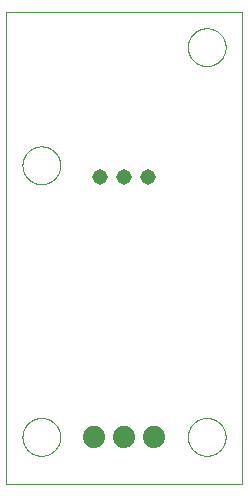
<source format=gtl>
G75*
%MOIN*%
%OFA0B0*%
%FSLAX25Y25*%
%IPPOS*%
%LPD*%
%AMOC8*
5,1,8,0,0,1.08239X$1,22.5*
%
%ADD10C,0.00000*%
%ADD11C,0.07400*%
%ADD12C,0.05150*%
D10*
X0001000Y0001000D02*
X0001000Y0158480D01*
X0079740Y0158480D01*
X0079740Y0001000D01*
X0001000Y0001000D01*
X0006512Y0016748D02*
X0006514Y0016906D01*
X0006520Y0017064D01*
X0006530Y0017222D01*
X0006544Y0017380D01*
X0006562Y0017537D01*
X0006583Y0017694D01*
X0006609Y0017850D01*
X0006639Y0018006D01*
X0006672Y0018161D01*
X0006710Y0018314D01*
X0006751Y0018467D01*
X0006796Y0018619D01*
X0006845Y0018770D01*
X0006898Y0018919D01*
X0006954Y0019067D01*
X0007014Y0019213D01*
X0007078Y0019358D01*
X0007146Y0019501D01*
X0007217Y0019643D01*
X0007291Y0019783D01*
X0007369Y0019920D01*
X0007451Y0020056D01*
X0007535Y0020190D01*
X0007624Y0020321D01*
X0007715Y0020450D01*
X0007810Y0020577D01*
X0007907Y0020702D01*
X0008008Y0020824D01*
X0008112Y0020943D01*
X0008219Y0021060D01*
X0008329Y0021174D01*
X0008442Y0021285D01*
X0008557Y0021394D01*
X0008675Y0021499D01*
X0008796Y0021601D01*
X0008919Y0021701D01*
X0009045Y0021797D01*
X0009173Y0021890D01*
X0009303Y0021980D01*
X0009436Y0022066D01*
X0009571Y0022150D01*
X0009707Y0022229D01*
X0009846Y0022306D01*
X0009987Y0022378D01*
X0010129Y0022448D01*
X0010273Y0022513D01*
X0010419Y0022575D01*
X0010566Y0022633D01*
X0010715Y0022688D01*
X0010865Y0022739D01*
X0011016Y0022786D01*
X0011168Y0022829D01*
X0011321Y0022868D01*
X0011476Y0022904D01*
X0011631Y0022935D01*
X0011787Y0022963D01*
X0011943Y0022987D01*
X0012100Y0023007D01*
X0012258Y0023023D01*
X0012415Y0023035D01*
X0012574Y0023043D01*
X0012732Y0023047D01*
X0012890Y0023047D01*
X0013048Y0023043D01*
X0013207Y0023035D01*
X0013364Y0023023D01*
X0013522Y0023007D01*
X0013679Y0022987D01*
X0013835Y0022963D01*
X0013991Y0022935D01*
X0014146Y0022904D01*
X0014301Y0022868D01*
X0014454Y0022829D01*
X0014606Y0022786D01*
X0014757Y0022739D01*
X0014907Y0022688D01*
X0015056Y0022633D01*
X0015203Y0022575D01*
X0015349Y0022513D01*
X0015493Y0022448D01*
X0015635Y0022378D01*
X0015776Y0022306D01*
X0015915Y0022229D01*
X0016051Y0022150D01*
X0016186Y0022066D01*
X0016319Y0021980D01*
X0016449Y0021890D01*
X0016577Y0021797D01*
X0016703Y0021701D01*
X0016826Y0021601D01*
X0016947Y0021499D01*
X0017065Y0021394D01*
X0017180Y0021285D01*
X0017293Y0021174D01*
X0017403Y0021060D01*
X0017510Y0020943D01*
X0017614Y0020824D01*
X0017715Y0020702D01*
X0017812Y0020577D01*
X0017907Y0020450D01*
X0017998Y0020321D01*
X0018087Y0020190D01*
X0018171Y0020056D01*
X0018253Y0019920D01*
X0018331Y0019783D01*
X0018405Y0019643D01*
X0018476Y0019501D01*
X0018544Y0019358D01*
X0018608Y0019213D01*
X0018668Y0019067D01*
X0018724Y0018919D01*
X0018777Y0018770D01*
X0018826Y0018619D01*
X0018871Y0018467D01*
X0018912Y0018314D01*
X0018950Y0018161D01*
X0018983Y0018006D01*
X0019013Y0017850D01*
X0019039Y0017694D01*
X0019060Y0017537D01*
X0019078Y0017380D01*
X0019092Y0017222D01*
X0019102Y0017064D01*
X0019108Y0016906D01*
X0019110Y0016748D01*
X0019108Y0016590D01*
X0019102Y0016432D01*
X0019092Y0016274D01*
X0019078Y0016116D01*
X0019060Y0015959D01*
X0019039Y0015802D01*
X0019013Y0015646D01*
X0018983Y0015490D01*
X0018950Y0015335D01*
X0018912Y0015182D01*
X0018871Y0015029D01*
X0018826Y0014877D01*
X0018777Y0014726D01*
X0018724Y0014577D01*
X0018668Y0014429D01*
X0018608Y0014283D01*
X0018544Y0014138D01*
X0018476Y0013995D01*
X0018405Y0013853D01*
X0018331Y0013713D01*
X0018253Y0013576D01*
X0018171Y0013440D01*
X0018087Y0013306D01*
X0017998Y0013175D01*
X0017907Y0013046D01*
X0017812Y0012919D01*
X0017715Y0012794D01*
X0017614Y0012672D01*
X0017510Y0012553D01*
X0017403Y0012436D01*
X0017293Y0012322D01*
X0017180Y0012211D01*
X0017065Y0012102D01*
X0016947Y0011997D01*
X0016826Y0011895D01*
X0016703Y0011795D01*
X0016577Y0011699D01*
X0016449Y0011606D01*
X0016319Y0011516D01*
X0016186Y0011430D01*
X0016051Y0011346D01*
X0015915Y0011267D01*
X0015776Y0011190D01*
X0015635Y0011118D01*
X0015493Y0011048D01*
X0015349Y0010983D01*
X0015203Y0010921D01*
X0015056Y0010863D01*
X0014907Y0010808D01*
X0014757Y0010757D01*
X0014606Y0010710D01*
X0014454Y0010667D01*
X0014301Y0010628D01*
X0014146Y0010592D01*
X0013991Y0010561D01*
X0013835Y0010533D01*
X0013679Y0010509D01*
X0013522Y0010489D01*
X0013364Y0010473D01*
X0013207Y0010461D01*
X0013048Y0010453D01*
X0012890Y0010449D01*
X0012732Y0010449D01*
X0012574Y0010453D01*
X0012415Y0010461D01*
X0012258Y0010473D01*
X0012100Y0010489D01*
X0011943Y0010509D01*
X0011787Y0010533D01*
X0011631Y0010561D01*
X0011476Y0010592D01*
X0011321Y0010628D01*
X0011168Y0010667D01*
X0011016Y0010710D01*
X0010865Y0010757D01*
X0010715Y0010808D01*
X0010566Y0010863D01*
X0010419Y0010921D01*
X0010273Y0010983D01*
X0010129Y0011048D01*
X0009987Y0011118D01*
X0009846Y0011190D01*
X0009707Y0011267D01*
X0009571Y0011346D01*
X0009436Y0011430D01*
X0009303Y0011516D01*
X0009173Y0011606D01*
X0009045Y0011699D01*
X0008919Y0011795D01*
X0008796Y0011895D01*
X0008675Y0011997D01*
X0008557Y0012102D01*
X0008442Y0012211D01*
X0008329Y0012322D01*
X0008219Y0012436D01*
X0008112Y0012553D01*
X0008008Y0012672D01*
X0007907Y0012794D01*
X0007810Y0012919D01*
X0007715Y0013046D01*
X0007624Y0013175D01*
X0007535Y0013306D01*
X0007451Y0013440D01*
X0007369Y0013576D01*
X0007291Y0013713D01*
X0007217Y0013853D01*
X0007146Y0013995D01*
X0007078Y0014138D01*
X0007014Y0014283D01*
X0006954Y0014429D01*
X0006898Y0014577D01*
X0006845Y0014726D01*
X0006796Y0014877D01*
X0006751Y0015029D01*
X0006710Y0015182D01*
X0006672Y0015335D01*
X0006639Y0015490D01*
X0006609Y0015646D01*
X0006583Y0015802D01*
X0006562Y0015959D01*
X0006544Y0016116D01*
X0006530Y0016274D01*
X0006520Y0016432D01*
X0006514Y0016590D01*
X0006512Y0016748D01*
X0006512Y0107299D02*
X0006514Y0107457D01*
X0006520Y0107615D01*
X0006530Y0107773D01*
X0006544Y0107931D01*
X0006562Y0108088D01*
X0006583Y0108245D01*
X0006609Y0108401D01*
X0006639Y0108557D01*
X0006672Y0108712D01*
X0006710Y0108865D01*
X0006751Y0109018D01*
X0006796Y0109170D01*
X0006845Y0109321D01*
X0006898Y0109470D01*
X0006954Y0109618D01*
X0007014Y0109764D01*
X0007078Y0109909D01*
X0007146Y0110052D01*
X0007217Y0110194D01*
X0007291Y0110334D01*
X0007369Y0110471D01*
X0007451Y0110607D01*
X0007535Y0110741D01*
X0007624Y0110872D01*
X0007715Y0111001D01*
X0007810Y0111128D01*
X0007907Y0111253D01*
X0008008Y0111375D01*
X0008112Y0111494D01*
X0008219Y0111611D01*
X0008329Y0111725D01*
X0008442Y0111836D01*
X0008557Y0111945D01*
X0008675Y0112050D01*
X0008796Y0112152D01*
X0008919Y0112252D01*
X0009045Y0112348D01*
X0009173Y0112441D01*
X0009303Y0112531D01*
X0009436Y0112617D01*
X0009571Y0112701D01*
X0009707Y0112780D01*
X0009846Y0112857D01*
X0009987Y0112929D01*
X0010129Y0112999D01*
X0010273Y0113064D01*
X0010419Y0113126D01*
X0010566Y0113184D01*
X0010715Y0113239D01*
X0010865Y0113290D01*
X0011016Y0113337D01*
X0011168Y0113380D01*
X0011321Y0113419D01*
X0011476Y0113455D01*
X0011631Y0113486D01*
X0011787Y0113514D01*
X0011943Y0113538D01*
X0012100Y0113558D01*
X0012258Y0113574D01*
X0012415Y0113586D01*
X0012574Y0113594D01*
X0012732Y0113598D01*
X0012890Y0113598D01*
X0013048Y0113594D01*
X0013207Y0113586D01*
X0013364Y0113574D01*
X0013522Y0113558D01*
X0013679Y0113538D01*
X0013835Y0113514D01*
X0013991Y0113486D01*
X0014146Y0113455D01*
X0014301Y0113419D01*
X0014454Y0113380D01*
X0014606Y0113337D01*
X0014757Y0113290D01*
X0014907Y0113239D01*
X0015056Y0113184D01*
X0015203Y0113126D01*
X0015349Y0113064D01*
X0015493Y0112999D01*
X0015635Y0112929D01*
X0015776Y0112857D01*
X0015915Y0112780D01*
X0016051Y0112701D01*
X0016186Y0112617D01*
X0016319Y0112531D01*
X0016449Y0112441D01*
X0016577Y0112348D01*
X0016703Y0112252D01*
X0016826Y0112152D01*
X0016947Y0112050D01*
X0017065Y0111945D01*
X0017180Y0111836D01*
X0017293Y0111725D01*
X0017403Y0111611D01*
X0017510Y0111494D01*
X0017614Y0111375D01*
X0017715Y0111253D01*
X0017812Y0111128D01*
X0017907Y0111001D01*
X0017998Y0110872D01*
X0018087Y0110741D01*
X0018171Y0110607D01*
X0018253Y0110471D01*
X0018331Y0110334D01*
X0018405Y0110194D01*
X0018476Y0110052D01*
X0018544Y0109909D01*
X0018608Y0109764D01*
X0018668Y0109618D01*
X0018724Y0109470D01*
X0018777Y0109321D01*
X0018826Y0109170D01*
X0018871Y0109018D01*
X0018912Y0108865D01*
X0018950Y0108712D01*
X0018983Y0108557D01*
X0019013Y0108401D01*
X0019039Y0108245D01*
X0019060Y0108088D01*
X0019078Y0107931D01*
X0019092Y0107773D01*
X0019102Y0107615D01*
X0019108Y0107457D01*
X0019110Y0107299D01*
X0019108Y0107141D01*
X0019102Y0106983D01*
X0019092Y0106825D01*
X0019078Y0106667D01*
X0019060Y0106510D01*
X0019039Y0106353D01*
X0019013Y0106197D01*
X0018983Y0106041D01*
X0018950Y0105886D01*
X0018912Y0105733D01*
X0018871Y0105580D01*
X0018826Y0105428D01*
X0018777Y0105277D01*
X0018724Y0105128D01*
X0018668Y0104980D01*
X0018608Y0104834D01*
X0018544Y0104689D01*
X0018476Y0104546D01*
X0018405Y0104404D01*
X0018331Y0104264D01*
X0018253Y0104127D01*
X0018171Y0103991D01*
X0018087Y0103857D01*
X0017998Y0103726D01*
X0017907Y0103597D01*
X0017812Y0103470D01*
X0017715Y0103345D01*
X0017614Y0103223D01*
X0017510Y0103104D01*
X0017403Y0102987D01*
X0017293Y0102873D01*
X0017180Y0102762D01*
X0017065Y0102653D01*
X0016947Y0102548D01*
X0016826Y0102446D01*
X0016703Y0102346D01*
X0016577Y0102250D01*
X0016449Y0102157D01*
X0016319Y0102067D01*
X0016186Y0101981D01*
X0016051Y0101897D01*
X0015915Y0101818D01*
X0015776Y0101741D01*
X0015635Y0101669D01*
X0015493Y0101599D01*
X0015349Y0101534D01*
X0015203Y0101472D01*
X0015056Y0101414D01*
X0014907Y0101359D01*
X0014757Y0101308D01*
X0014606Y0101261D01*
X0014454Y0101218D01*
X0014301Y0101179D01*
X0014146Y0101143D01*
X0013991Y0101112D01*
X0013835Y0101084D01*
X0013679Y0101060D01*
X0013522Y0101040D01*
X0013364Y0101024D01*
X0013207Y0101012D01*
X0013048Y0101004D01*
X0012890Y0101000D01*
X0012732Y0101000D01*
X0012574Y0101004D01*
X0012415Y0101012D01*
X0012258Y0101024D01*
X0012100Y0101040D01*
X0011943Y0101060D01*
X0011787Y0101084D01*
X0011631Y0101112D01*
X0011476Y0101143D01*
X0011321Y0101179D01*
X0011168Y0101218D01*
X0011016Y0101261D01*
X0010865Y0101308D01*
X0010715Y0101359D01*
X0010566Y0101414D01*
X0010419Y0101472D01*
X0010273Y0101534D01*
X0010129Y0101599D01*
X0009987Y0101669D01*
X0009846Y0101741D01*
X0009707Y0101818D01*
X0009571Y0101897D01*
X0009436Y0101981D01*
X0009303Y0102067D01*
X0009173Y0102157D01*
X0009045Y0102250D01*
X0008919Y0102346D01*
X0008796Y0102446D01*
X0008675Y0102548D01*
X0008557Y0102653D01*
X0008442Y0102762D01*
X0008329Y0102873D01*
X0008219Y0102987D01*
X0008112Y0103104D01*
X0008008Y0103223D01*
X0007907Y0103345D01*
X0007810Y0103470D01*
X0007715Y0103597D01*
X0007624Y0103726D01*
X0007535Y0103857D01*
X0007451Y0103991D01*
X0007369Y0104127D01*
X0007291Y0104264D01*
X0007217Y0104404D01*
X0007146Y0104546D01*
X0007078Y0104689D01*
X0007014Y0104834D01*
X0006954Y0104980D01*
X0006898Y0105128D01*
X0006845Y0105277D01*
X0006796Y0105428D01*
X0006751Y0105580D01*
X0006710Y0105733D01*
X0006672Y0105886D01*
X0006639Y0106041D01*
X0006609Y0106197D01*
X0006583Y0106353D01*
X0006562Y0106510D01*
X0006544Y0106667D01*
X0006530Y0106825D01*
X0006520Y0106983D01*
X0006514Y0107141D01*
X0006512Y0107299D01*
X0061630Y0146669D02*
X0061632Y0146827D01*
X0061638Y0146985D01*
X0061648Y0147143D01*
X0061662Y0147301D01*
X0061680Y0147458D01*
X0061701Y0147615D01*
X0061727Y0147771D01*
X0061757Y0147927D01*
X0061790Y0148082D01*
X0061828Y0148235D01*
X0061869Y0148388D01*
X0061914Y0148540D01*
X0061963Y0148691D01*
X0062016Y0148840D01*
X0062072Y0148988D01*
X0062132Y0149134D01*
X0062196Y0149279D01*
X0062264Y0149422D01*
X0062335Y0149564D01*
X0062409Y0149704D01*
X0062487Y0149841D01*
X0062569Y0149977D01*
X0062653Y0150111D01*
X0062742Y0150242D01*
X0062833Y0150371D01*
X0062928Y0150498D01*
X0063025Y0150623D01*
X0063126Y0150745D01*
X0063230Y0150864D01*
X0063337Y0150981D01*
X0063447Y0151095D01*
X0063560Y0151206D01*
X0063675Y0151315D01*
X0063793Y0151420D01*
X0063914Y0151522D01*
X0064037Y0151622D01*
X0064163Y0151718D01*
X0064291Y0151811D01*
X0064421Y0151901D01*
X0064554Y0151987D01*
X0064689Y0152071D01*
X0064825Y0152150D01*
X0064964Y0152227D01*
X0065105Y0152299D01*
X0065247Y0152369D01*
X0065391Y0152434D01*
X0065537Y0152496D01*
X0065684Y0152554D01*
X0065833Y0152609D01*
X0065983Y0152660D01*
X0066134Y0152707D01*
X0066286Y0152750D01*
X0066439Y0152789D01*
X0066594Y0152825D01*
X0066749Y0152856D01*
X0066905Y0152884D01*
X0067061Y0152908D01*
X0067218Y0152928D01*
X0067376Y0152944D01*
X0067533Y0152956D01*
X0067692Y0152964D01*
X0067850Y0152968D01*
X0068008Y0152968D01*
X0068166Y0152964D01*
X0068325Y0152956D01*
X0068482Y0152944D01*
X0068640Y0152928D01*
X0068797Y0152908D01*
X0068953Y0152884D01*
X0069109Y0152856D01*
X0069264Y0152825D01*
X0069419Y0152789D01*
X0069572Y0152750D01*
X0069724Y0152707D01*
X0069875Y0152660D01*
X0070025Y0152609D01*
X0070174Y0152554D01*
X0070321Y0152496D01*
X0070467Y0152434D01*
X0070611Y0152369D01*
X0070753Y0152299D01*
X0070894Y0152227D01*
X0071033Y0152150D01*
X0071169Y0152071D01*
X0071304Y0151987D01*
X0071437Y0151901D01*
X0071567Y0151811D01*
X0071695Y0151718D01*
X0071821Y0151622D01*
X0071944Y0151522D01*
X0072065Y0151420D01*
X0072183Y0151315D01*
X0072298Y0151206D01*
X0072411Y0151095D01*
X0072521Y0150981D01*
X0072628Y0150864D01*
X0072732Y0150745D01*
X0072833Y0150623D01*
X0072930Y0150498D01*
X0073025Y0150371D01*
X0073116Y0150242D01*
X0073205Y0150111D01*
X0073289Y0149977D01*
X0073371Y0149841D01*
X0073449Y0149704D01*
X0073523Y0149564D01*
X0073594Y0149422D01*
X0073662Y0149279D01*
X0073726Y0149134D01*
X0073786Y0148988D01*
X0073842Y0148840D01*
X0073895Y0148691D01*
X0073944Y0148540D01*
X0073989Y0148388D01*
X0074030Y0148235D01*
X0074068Y0148082D01*
X0074101Y0147927D01*
X0074131Y0147771D01*
X0074157Y0147615D01*
X0074178Y0147458D01*
X0074196Y0147301D01*
X0074210Y0147143D01*
X0074220Y0146985D01*
X0074226Y0146827D01*
X0074228Y0146669D01*
X0074226Y0146511D01*
X0074220Y0146353D01*
X0074210Y0146195D01*
X0074196Y0146037D01*
X0074178Y0145880D01*
X0074157Y0145723D01*
X0074131Y0145567D01*
X0074101Y0145411D01*
X0074068Y0145256D01*
X0074030Y0145103D01*
X0073989Y0144950D01*
X0073944Y0144798D01*
X0073895Y0144647D01*
X0073842Y0144498D01*
X0073786Y0144350D01*
X0073726Y0144204D01*
X0073662Y0144059D01*
X0073594Y0143916D01*
X0073523Y0143774D01*
X0073449Y0143634D01*
X0073371Y0143497D01*
X0073289Y0143361D01*
X0073205Y0143227D01*
X0073116Y0143096D01*
X0073025Y0142967D01*
X0072930Y0142840D01*
X0072833Y0142715D01*
X0072732Y0142593D01*
X0072628Y0142474D01*
X0072521Y0142357D01*
X0072411Y0142243D01*
X0072298Y0142132D01*
X0072183Y0142023D01*
X0072065Y0141918D01*
X0071944Y0141816D01*
X0071821Y0141716D01*
X0071695Y0141620D01*
X0071567Y0141527D01*
X0071437Y0141437D01*
X0071304Y0141351D01*
X0071169Y0141267D01*
X0071033Y0141188D01*
X0070894Y0141111D01*
X0070753Y0141039D01*
X0070611Y0140969D01*
X0070467Y0140904D01*
X0070321Y0140842D01*
X0070174Y0140784D01*
X0070025Y0140729D01*
X0069875Y0140678D01*
X0069724Y0140631D01*
X0069572Y0140588D01*
X0069419Y0140549D01*
X0069264Y0140513D01*
X0069109Y0140482D01*
X0068953Y0140454D01*
X0068797Y0140430D01*
X0068640Y0140410D01*
X0068482Y0140394D01*
X0068325Y0140382D01*
X0068166Y0140374D01*
X0068008Y0140370D01*
X0067850Y0140370D01*
X0067692Y0140374D01*
X0067533Y0140382D01*
X0067376Y0140394D01*
X0067218Y0140410D01*
X0067061Y0140430D01*
X0066905Y0140454D01*
X0066749Y0140482D01*
X0066594Y0140513D01*
X0066439Y0140549D01*
X0066286Y0140588D01*
X0066134Y0140631D01*
X0065983Y0140678D01*
X0065833Y0140729D01*
X0065684Y0140784D01*
X0065537Y0140842D01*
X0065391Y0140904D01*
X0065247Y0140969D01*
X0065105Y0141039D01*
X0064964Y0141111D01*
X0064825Y0141188D01*
X0064689Y0141267D01*
X0064554Y0141351D01*
X0064421Y0141437D01*
X0064291Y0141527D01*
X0064163Y0141620D01*
X0064037Y0141716D01*
X0063914Y0141816D01*
X0063793Y0141918D01*
X0063675Y0142023D01*
X0063560Y0142132D01*
X0063447Y0142243D01*
X0063337Y0142357D01*
X0063230Y0142474D01*
X0063126Y0142593D01*
X0063025Y0142715D01*
X0062928Y0142840D01*
X0062833Y0142967D01*
X0062742Y0143096D01*
X0062653Y0143227D01*
X0062569Y0143361D01*
X0062487Y0143497D01*
X0062409Y0143634D01*
X0062335Y0143774D01*
X0062264Y0143916D01*
X0062196Y0144059D01*
X0062132Y0144204D01*
X0062072Y0144350D01*
X0062016Y0144498D01*
X0061963Y0144647D01*
X0061914Y0144798D01*
X0061869Y0144950D01*
X0061828Y0145103D01*
X0061790Y0145256D01*
X0061757Y0145411D01*
X0061727Y0145567D01*
X0061701Y0145723D01*
X0061680Y0145880D01*
X0061662Y0146037D01*
X0061648Y0146195D01*
X0061638Y0146353D01*
X0061632Y0146511D01*
X0061630Y0146669D01*
X0061630Y0016748D02*
X0061632Y0016906D01*
X0061638Y0017064D01*
X0061648Y0017222D01*
X0061662Y0017380D01*
X0061680Y0017537D01*
X0061701Y0017694D01*
X0061727Y0017850D01*
X0061757Y0018006D01*
X0061790Y0018161D01*
X0061828Y0018314D01*
X0061869Y0018467D01*
X0061914Y0018619D01*
X0061963Y0018770D01*
X0062016Y0018919D01*
X0062072Y0019067D01*
X0062132Y0019213D01*
X0062196Y0019358D01*
X0062264Y0019501D01*
X0062335Y0019643D01*
X0062409Y0019783D01*
X0062487Y0019920D01*
X0062569Y0020056D01*
X0062653Y0020190D01*
X0062742Y0020321D01*
X0062833Y0020450D01*
X0062928Y0020577D01*
X0063025Y0020702D01*
X0063126Y0020824D01*
X0063230Y0020943D01*
X0063337Y0021060D01*
X0063447Y0021174D01*
X0063560Y0021285D01*
X0063675Y0021394D01*
X0063793Y0021499D01*
X0063914Y0021601D01*
X0064037Y0021701D01*
X0064163Y0021797D01*
X0064291Y0021890D01*
X0064421Y0021980D01*
X0064554Y0022066D01*
X0064689Y0022150D01*
X0064825Y0022229D01*
X0064964Y0022306D01*
X0065105Y0022378D01*
X0065247Y0022448D01*
X0065391Y0022513D01*
X0065537Y0022575D01*
X0065684Y0022633D01*
X0065833Y0022688D01*
X0065983Y0022739D01*
X0066134Y0022786D01*
X0066286Y0022829D01*
X0066439Y0022868D01*
X0066594Y0022904D01*
X0066749Y0022935D01*
X0066905Y0022963D01*
X0067061Y0022987D01*
X0067218Y0023007D01*
X0067376Y0023023D01*
X0067533Y0023035D01*
X0067692Y0023043D01*
X0067850Y0023047D01*
X0068008Y0023047D01*
X0068166Y0023043D01*
X0068325Y0023035D01*
X0068482Y0023023D01*
X0068640Y0023007D01*
X0068797Y0022987D01*
X0068953Y0022963D01*
X0069109Y0022935D01*
X0069264Y0022904D01*
X0069419Y0022868D01*
X0069572Y0022829D01*
X0069724Y0022786D01*
X0069875Y0022739D01*
X0070025Y0022688D01*
X0070174Y0022633D01*
X0070321Y0022575D01*
X0070467Y0022513D01*
X0070611Y0022448D01*
X0070753Y0022378D01*
X0070894Y0022306D01*
X0071033Y0022229D01*
X0071169Y0022150D01*
X0071304Y0022066D01*
X0071437Y0021980D01*
X0071567Y0021890D01*
X0071695Y0021797D01*
X0071821Y0021701D01*
X0071944Y0021601D01*
X0072065Y0021499D01*
X0072183Y0021394D01*
X0072298Y0021285D01*
X0072411Y0021174D01*
X0072521Y0021060D01*
X0072628Y0020943D01*
X0072732Y0020824D01*
X0072833Y0020702D01*
X0072930Y0020577D01*
X0073025Y0020450D01*
X0073116Y0020321D01*
X0073205Y0020190D01*
X0073289Y0020056D01*
X0073371Y0019920D01*
X0073449Y0019783D01*
X0073523Y0019643D01*
X0073594Y0019501D01*
X0073662Y0019358D01*
X0073726Y0019213D01*
X0073786Y0019067D01*
X0073842Y0018919D01*
X0073895Y0018770D01*
X0073944Y0018619D01*
X0073989Y0018467D01*
X0074030Y0018314D01*
X0074068Y0018161D01*
X0074101Y0018006D01*
X0074131Y0017850D01*
X0074157Y0017694D01*
X0074178Y0017537D01*
X0074196Y0017380D01*
X0074210Y0017222D01*
X0074220Y0017064D01*
X0074226Y0016906D01*
X0074228Y0016748D01*
X0074226Y0016590D01*
X0074220Y0016432D01*
X0074210Y0016274D01*
X0074196Y0016116D01*
X0074178Y0015959D01*
X0074157Y0015802D01*
X0074131Y0015646D01*
X0074101Y0015490D01*
X0074068Y0015335D01*
X0074030Y0015182D01*
X0073989Y0015029D01*
X0073944Y0014877D01*
X0073895Y0014726D01*
X0073842Y0014577D01*
X0073786Y0014429D01*
X0073726Y0014283D01*
X0073662Y0014138D01*
X0073594Y0013995D01*
X0073523Y0013853D01*
X0073449Y0013713D01*
X0073371Y0013576D01*
X0073289Y0013440D01*
X0073205Y0013306D01*
X0073116Y0013175D01*
X0073025Y0013046D01*
X0072930Y0012919D01*
X0072833Y0012794D01*
X0072732Y0012672D01*
X0072628Y0012553D01*
X0072521Y0012436D01*
X0072411Y0012322D01*
X0072298Y0012211D01*
X0072183Y0012102D01*
X0072065Y0011997D01*
X0071944Y0011895D01*
X0071821Y0011795D01*
X0071695Y0011699D01*
X0071567Y0011606D01*
X0071437Y0011516D01*
X0071304Y0011430D01*
X0071169Y0011346D01*
X0071033Y0011267D01*
X0070894Y0011190D01*
X0070753Y0011118D01*
X0070611Y0011048D01*
X0070467Y0010983D01*
X0070321Y0010921D01*
X0070174Y0010863D01*
X0070025Y0010808D01*
X0069875Y0010757D01*
X0069724Y0010710D01*
X0069572Y0010667D01*
X0069419Y0010628D01*
X0069264Y0010592D01*
X0069109Y0010561D01*
X0068953Y0010533D01*
X0068797Y0010509D01*
X0068640Y0010489D01*
X0068482Y0010473D01*
X0068325Y0010461D01*
X0068166Y0010453D01*
X0068008Y0010449D01*
X0067850Y0010449D01*
X0067692Y0010453D01*
X0067533Y0010461D01*
X0067376Y0010473D01*
X0067218Y0010489D01*
X0067061Y0010509D01*
X0066905Y0010533D01*
X0066749Y0010561D01*
X0066594Y0010592D01*
X0066439Y0010628D01*
X0066286Y0010667D01*
X0066134Y0010710D01*
X0065983Y0010757D01*
X0065833Y0010808D01*
X0065684Y0010863D01*
X0065537Y0010921D01*
X0065391Y0010983D01*
X0065247Y0011048D01*
X0065105Y0011118D01*
X0064964Y0011190D01*
X0064825Y0011267D01*
X0064689Y0011346D01*
X0064554Y0011430D01*
X0064421Y0011516D01*
X0064291Y0011606D01*
X0064163Y0011699D01*
X0064037Y0011795D01*
X0063914Y0011895D01*
X0063793Y0011997D01*
X0063675Y0012102D01*
X0063560Y0012211D01*
X0063447Y0012322D01*
X0063337Y0012436D01*
X0063230Y0012553D01*
X0063126Y0012672D01*
X0063025Y0012794D01*
X0062928Y0012919D01*
X0062833Y0013046D01*
X0062742Y0013175D01*
X0062653Y0013306D01*
X0062569Y0013440D01*
X0062487Y0013576D01*
X0062409Y0013713D01*
X0062335Y0013853D01*
X0062264Y0013995D01*
X0062196Y0014138D01*
X0062132Y0014283D01*
X0062072Y0014429D01*
X0062016Y0014577D01*
X0061963Y0014726D01*
X0061914Y0014877D01*
X0061869Y0015029D01*
X0061828Y0015182D01*
X0061790Y0015335D01*
X0061757Y0015490D01*
X0061727Y0015646D01*
X0061701Y0015802D01*
X0061680Y0015959D01*
X0061662Y0016116D01*
X0061648Y0016274D01*
X0061638Y0016432D01*
X0061632Y0016590D01*
X0061630Y0016748D01*
D11*
X0050370Y0016748D03*
X0040370Y0016748D03*
X0030370Y0016748D03*
D12*
X0032496Y0103362D03*
X0040370Y0103362D03*
X0048244Y0103362D03*
M02*

</source>
